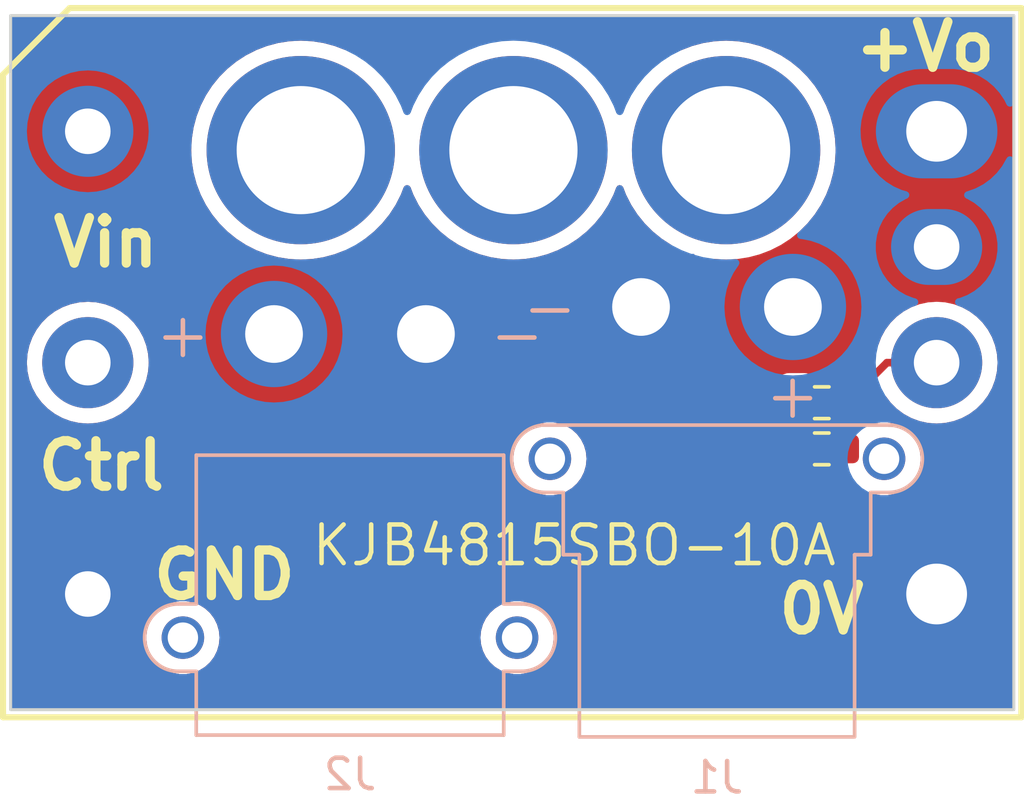
<source format=kicad_pcb>
(kicad_pcb (version 20221018) (generator pcbnew)
  (layers (0 "F.Cu" signal) (31 "B.Cu" signal) (34 "B.Paste" user) (35 "F.Paste" user) (36 "B.SilkS" user "B.Silkscreen") (37 "F.SilkS" user "F.Silkscreen") (38 "B.Mask" user) (39 "F.Mask" user) (44 "Edge.Cuts" user))
  (net 0 "")
  (net 2 "GND")
  (net 3 "/Out")
  (net 4 "+24V")
  (net 5 "Net-(U1-Trim)")
  (footprint "Resistor_SMD:R_0603_1608Metric" (layer "F.Cu") (at 126.7 114.27 180)
    (fp_text reference "R1" hide)
    (fp_text value "20k")
    (fp_line (start -0.237258 -0.5225) (end 0.237258 -0.5225) (stroke (width 0.12)) (layer "F.SilkS"))
    (fp_line (start -0.237258 0.5225) (end 0.237258 0.5225) (stroke (width 0.12)) (layer "F.SilkS"))
    (pad "1" smd roundrect (at -0.825 0 180) (size 0.8 0.95) (layers "F.Cu" "F.Paste" "F.Mask") (net 5 "Net-(U1-Trim)"))
    (pad "2" smd roundrect (at 0.825 0 180) (size 0.8 0.95) (layers "F.Cu" "F.Paste" "F.Mask") (net 2 "GND"))
  )
  (footprint "Resistor_SMD:R_0603_1608Metric" (layer "F.Cu") (at 126.7 112.75)
    (fp_text reference "R2" hide)
    (fp_text value "∞")
    (fp_line (start -0.237258 -0.5225) (end 0.237258 -0.5225) (stroke (width 0.12)) (layer "F.SilkS"))
    (fp_line (start -0.237258 0.5225) (end 0.237258 0.5225) (stroke (width 0.12)) (layer "F.SilkS"))
    (pad "1" smd roundrect (at -0.825 0) (size 0.8 0.95) (layers "F.Cu" "F.Paste" "F.Mask") (net 2 "GND"))
    (pad "2" smd roundrect (at 0.825 0) (size 0.8 0.95) (layers "F.Cu" "F.Paste" "F.Mask") (net 5 "Net-(U1-Trim)"))
  )
  (footprint "DingLAB_miniPC_Power:KJB48_SBO-10A" (layer "F.Cu") (at 116.51 111.43)
    (fp_text reference "U1" hide)
    (fp_text value "KJB4815SBO-10A" (at 2.04 6.02) (layer "F.SilkS") (effects (font (size 1.27 1.27))))
    (fp_text user "Vin" (at -15.26 -3.08 unlocked) (layer "F.SilkS") (effects (font (size 1.5 1.5) (thickness 0.3048)) (justify left bottom)))
    (fp_text user "Ctrl" (at -15.76 4.27 unlocked) (layer "F.SilkS") (effects (font (size 1.5 1.5) (thickness 0.3048)) (justify left bottom)))
    (fp_text user "+Vo" (at 11.14 -9.53 unlocked) (layer "F.SilkS") (effects (font (size 1.5 1.5) (thickness 0.3048)) (justify left bottom)))
    (fp_text user "GND" (at -11.96 7.87 unlocked) (layer "F.SilkS") (effects (font (size 1.5 1.5) (thickness 0.3048)) (justify left bottom)))
    (fp_text user "0V" (at 8.62209 9.00223 unlocked) (layer "F.SilkS") (effects (font (size 1.5 1.5) (thickness 0.3048)) (justify left bottom)))
    (fp_line (start -16.76 -9.48731) (end -14.56731 -11.68) (stroke (width 0.2)) (layer "F.SilkS"))
    (fp_line (start -16.76 11.68) (end -16.76 -9.48731) (stroke (width 0.2)) (layer "F.SilkS"))
    (fp_line (start -16.76 11.68) (end 16.76 11.68) (stroke (width 0.2)) (layer "F.SilkS"))
    (fp_line (start -14.56731 -11.68) (end 16.76 -11.68) (stroke (width 0.2)) (layer "F.SilkS"))
    (fp_line (start 16.76 11.68) (end 16.76 -11.68) (stroke (width 0.2)) (layer "F.SilkS"))
    (pad "1" thru_hole circle (at -13.97 -7.62 270) (size 3 3) (drill 1.5) (layers "*.Cu" "*.Mask") (net 4 "+24V"))
    (pad "2" thru_hole circle (at -13.97 0 270) (size 3 3) (drill 1.5) (layers "*.Cu" "*.Mask"))
    (pad "3" thru_hole circle (at -13.97 7.62 270) (size 3 3) (drill 1.5) (layers "*.Cu" "*.Mask") (net 2 "GND"))
    (pad "4" thru_hole circle (at 13.97 7.62 270) (size 4 4) (drill 2) (layers "*.Cu" "*.Mask") (net 2 "GND"))
    (pad "5" thru_hole circle (at 13.97 0 270) (size 3 3) (drill 1.5) (layers "*.Cu" "*.Mask") (net 5 "Net-(U1-Trim)"))
    (pad "6" thru_hole oval (at 13.97 -3.81 270) (size 2.5 3) (drill 1.5) (layers "*.Cu" "*.Mask") (net 3 "/Out"))
    (pad "7" thru_hole oval (at 13.97 -7.62 270) (size 3.1 4) (drill 2) (layers "*.Cu" "*.Mask") (net 3 "/Out"))
  )
  (footprint "DingLAB_miniPC_Power:SMTSO3060CTJ" (layer "B.Cu") (at 123.55 104.43 180)
    (fp_text reference "H2" hide)
    (fp_text value "SMTSO3060CTJ")
    (pad "1" thru_hole circle (at 0 0 180) (size 6.2 6.2) (drill 4.22) (layers "*.Cu" "*.Mask"))
  )
  (footprint "DingLAB_miniPC_Power:SMTSO3060CTJ" (layer "B.Cu") (at 109.55 104.43 180)
    (fp_text reference "H3" hide)
    (fp_text value "SMTSO3060CTJ")
    (pad "1" thru_hole circle (at 0 0 180) (size 6.2 6.2) (drill 4.22) (layers "*.Cu" "*.Mask"))
  )
  (footprint "DingLAB_miniPC_Power:SMTSO3060CTJ" (layer "B.Cu") (at 116.55 104.43 180)
    (fp_text reference "H1" hide)
    (fp_text value "SMTSO3060CTJ")
    (pad "1" thru_hole circle (at 0 0 180) (size 6.2 6.2) (drill 4.22) (layers "*.Cu" "*.Mask"))
  )
  (footprint "DingLAB_miniPC_Power:AMASS_XT30PW-F_Horizontal" (layer "B.Cu") (at 120.75 109.596)
    (fp_text reference "J1" (at 2.5 15.5) (layer "B.SilkS") (effects (justify mirror)))
    (fp_text value "Conn_01x02_Pin")
    (fp_text user "+" (at 4.99 2.89) (layer "B.SilkS") (effects (font (size 1.5 1.5)) (justify mirror)))
    (fp_text user "-" (at -3 0) (layer "B.SilkS") (effects (font (size 1.5 1.5)) (justify mirror)))
    (fp_line (start -3.26 3.89) (end 8.26 3.89) (stroke (width 0.12)) (layer "B.SilkS"))
    (fp_line (start -3.26 6.11) (end -2.56 6.11) (stroke (width 0.12)) (layer "B.SilkS"))
    (fp_line (start -2.56 8.16) (end -2.56 6.11) (stroke (width 0.12)) (layer "B.SilkS"))
    (fp_line (start -2.56 8.16) (end -2.03 8.16) (stroke (width 0.12)) (layer "B.SilkS"))
    (fp_line (start -2.03 14.16) (end -2.03 8.16) (stroke (width 0.12)) (layer "B.SilkS"))
    (fp_line (start -2.03 14.16) (end 7 14.16) (stroke (width 0.12)) (layer "B.SilkS"))
    (fp_line (start 7.03 8.16) (end 7.56 8.16) (stroke (width 0.12)) (layer "B.SilkS"))
    (fp_line (start 7.03 14.16) (end 7.03 8.16) (stroke (width 0.12)) (layer "B.SilkS"))
    (fp_line (start 7.56 6.11) (end 8.26 6.11) (stroke (width 0.12)) (layer "B.SilkS"))
    (fp_line (start 7.56 8.16) (end 7.56 6.11) (stroke (width 0.12)) (layer "B.SilkS"))
    (fp_arc (start -3.15 6.11) (mid -4.256653 5.086124) (end -3.321729 3.903365) (stroke (width 0.12)) (layer "B.SilkS"))
    (fp_arc (start 8.15 3.89) (mid 9.26 5) (end 8.15 6.11) (stroke (width 0.12)) (layer "B.SilkS"))
    (pad "" thru_hole circle (at -3 5 270) (size 1.4 1.4) (drill 1) (layers "*.Cu" "*.Mask"))
    (pad "" thru_hole circle (at 8 5) (size 1.4 1.4) (drill 1) (layers "*.Cu" "*.Mask"))
    (pad "1" thru_hole rect (at 0 0) (size 3.5 3.5) (drill 1.9) (layers "*.Cu" "*.Mask") (net 2 "GND"))
    (pad "2" thru_hole circle (at 5 0) (size 3.5 3.5) (drill 1.9) (layers "*.Cu" "*.Mask") (net 3 "/Out"))
  )
  (footprint "DingLAB_miniPC_Power:AMASS_XT30PW-M_Horizontal" (layer "B.Cu") (at 113.67 110.487)
    (fp_text reference "J2" (at -2.5 14.5) (layer "B.SilkS") (effects (justify mirror)))
    (fp_text value "Conn_01x02_Pin")
    (fp_text user "+" (at -8 0) (layer "B.SilkS") (effects (font (size 1.5 1.5)) (justify mirror)))
    (fp_text user "-" (at 3 0) (layer "B.SilkS") (effects (font (size 1.5 1.5)) (justify mirror)))
    (fp_line (start -8.15 8.89) (end -7.56 8.89) (stroke (width 0.12)) (layer "B.SilkS"))
    (fp_line (start -8.15 11.11) (end -7.56 11.11) (stroke (width 0.12)) (layer "B.SilkS"))
    (fp_line (start -7.56 3.99) (end 2.56 3.99) (stroke (width 0.12)) (layer "B.SilkS"))
    (fp_line (start -7.56 8.89) (end -7.56 3.99) (stroke (width 0.12)) (layer "B.SilkS"))
    (fp_line (start -7.56 13.21) (end -7.56 11.11) (stroke (width 0.12)) (layer "B.SilkS"))
    (fp_line (start -7.56 13.21) (end 2.56 13.21) (stroke (width 0.12)) (layer "B.SilkS"))
    (fp_line (start 2.56 8.89) (end 2.56 3.99) (stroke (width 0.12)) (layer "B.SilkS"))
    (fp_line (start 2.56 8.89) (end 3.15 8.89) (stroke (width 0.12)) (layer "B.SilkS"))
    (fp_line (start 2.56 11.11) (end 3.15 11.11) (stroke (width 0.12)) (layer "B.SilkS"))
    (fp_line (start 2.56 13.21) (end 2.56 11.11) (stroke (width 0.12)) (layer "B.SilkS"))
    (fp_arc (start -8.15 11.11) (mid -9.26 10) (end -8.15 8.89) (stroke (width 0.12)) (layer "B.SilkS"))
    (fp_arc (start 3.15 8.89) (mid 4.26 10) (end 3.15 11.11) (stroke (width 0.12)) (layer "B.SilkS"))
    (pad "" thru_hole circle (at -8 10) (size 1.4 1.4) (drill 1) (layers "*.Cu" "*.Mask"))
    (pad "" thru_hole circle (at 3 10) (size 1.4 1.4) (drill 1) (layers "*.Cu" "*.Mask"))
    (pad "1" thru_hole rect (at 0 0) (size 3.5 3.5) (drill 1.9) (layers "*.Cu" "*.Mask") (net 2 "GND"))
    (pad "2" thru_hole circle (at -5 0) (size 3.5 3.5) (drill 1.9) (layers "*.Cu" "*.Mask") (net 4 "+24V"))
  )
  (gr_rect (start 100 100) (end 133.02 122.86) (stroke (width 0.1)) (fill none) (layer "Edge.Cuts"))
  (segment (start 125.875 112.75) (end 125.875 114.27) (width 0.25) (layer "F.Cu") (net 2))
  (segment (start 125.875 114.445) (end 130.48 119.05) (width 0.25) (layer "F.Cu") (net 2))
  (segment (start 125.875 114.27) (end 125.875 114.445) (width 0.25) (layer "F.Cu") (net 2))
  (segment (start 127.525 112.75) (end 127.525 114.27) (width 0.25) (layer "F.Cu") (net 5))
  (segment (start 130.48 111.43) (end 128.845 111.43) (width 0.25) (layer "F.Cu") (net 5))
  (segment (start 128.845 111.43) (end 127.525 112.75) (width 0.25) (layer "F.Cu") (net 5))
  (zone (net 3) (net_name "/Out") (layer "F.Cu") (priority 1) (connect_pads yes (clearance 0.5)) (min_thickness 0.25) (fill yes (thermal_gap 0.5) (thermal_bridge_width 0.5))
    (polygon (pts (xy 121.89 99.99) (xy 133.01 100) (xy 133.01 122.87) (xy 121.88 122.86)))
  )
  (zone (net 2) (net_name "GND") (layer "F.Cu") (connect_pads yes (clearance 0.5)) (min_thickness 0.25) (fill yes (thermal_gap 0.5) (thermal_bridge_width 0.5))
    (polygon (pts (xy 111.2 100) (xy 121.81 99.97) (xy 121.81 122.84) (xy 111.19 122.87)))
  )
  (zone (net 4) (net_name "+24V") (layer "F.Cu") (priority 1) (connect_pads yes (clearance 0.5)) (min_thickness 0.25) (fill yes (thermal_gap 0.5) (thermal_bridge_width 0.5))
    (polygon (pts (xy 100.02 99.99) (xy 111.14 100) (xy 111.14 122.87) (xy 100.01 122.86)))
  )
  (zone (net 2) (net_name "GND") (layer "B.Cu") (connect_pads yes (clearance 0.5)) (min_thickness 0.25) (fill yes (thermal_gap 0.5) (thermal_bridge_width 0.5))
    (polygon (pts (xy 133.02 100.01) (xy 133.01 122.85) (xy 100 122.85) (xy 100 100)))
  )
)
</source>
